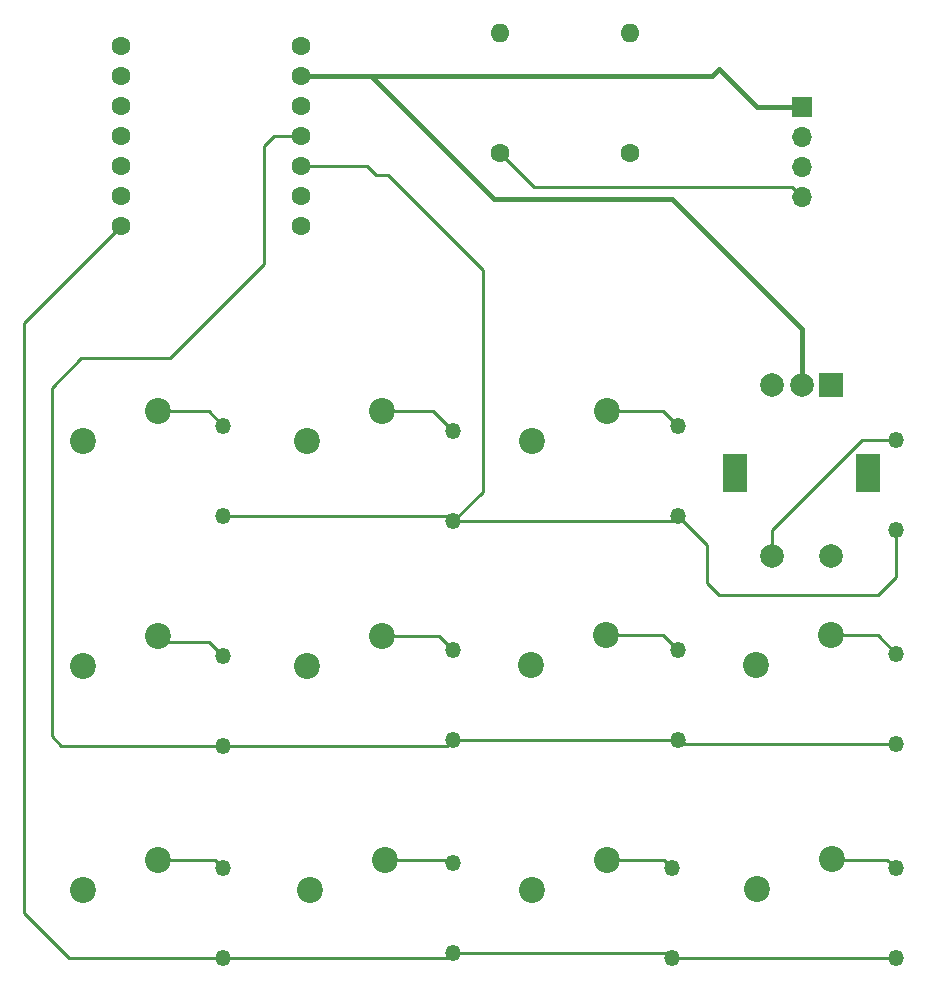
<source format=gbr>
%TF.GenerationSoftware,KiCad,Pcbnew,8.0.5*%
%TF.CreationDate,2024-10-19T19:52:03+11:00*%
%TF.ProjectId,Hackpad,4861636b-7061-4642-9e6b-696361645f70,rev?*%
%TF.SameCoordinates,Original*%
%TF.FileFunction,Copper,L2,Bot*%
%TF.FilePolarity,Positive*%
%FSLAX46Y46*%
G04 Gerber Fmt 4.6, Leading zero omitted, Abs format (unit mm)*
G04 Created by KiCad (PCBNEW 8.0.5) date 2024-10-19 19:52:03*
%MOMM*%
%LPD*%
G01*
G04 APERTURE LIST*
%TA.AperFunction,ComponentPad*%
%ADD10O,1.348740X1.348740*%
%TD*%
%TA.AperFunction,ComponentPad*%
%ADD11C,2.200000*%
%TD*%
%TA.AperFunction,ComponentPad*%
%ADD12C,1.600000*%
%TD*%
%TA.AperFunction,ComponentPad*%
%ADD13O,1.600000X1.600000*%
%TD*%
%TA.AperFunction,ComponentPad*%
%ADD14R,1.700000X1.700000*%
%TD*%
%TA.AperFunction,ComponentPad*%
%ADD15O,1.700000X1.700000*%
%TD*%
%TA.AperFunction,ComponentPad*%
%ADD16R,2.000000X2.000000*%
%TD*%
%TA.AperFunction,ComponentPad*%
%ADD17C,2.000000*%
%TD*%
%TA.AperFunction,ComponentPad*%
%ADD18R,2.000000X3.200000*%
%TD*%
%TA.AperFunction,Conductor*%
%ADD19C,0.254000*%
%TD*%
%TA.AperFunction,Conductor*%
%ADD20C,0.381000*%
%TD*%
G04 APERTURE END LIST*
D10*
%TO.P,D2,A,A*%
%TO.N,Net-(D2-PadA)*%
X109000000Y-79690000D03*
%TO.P,D2,K,K*%
%TO.N,ROW0*%
X109000000Y-87310000D03*
%TD*%
D11*
%TO.P,SW6,1,1*%
%TO.N,Net-(D6-PadA)*%
X121960000Y-96920000D03*
%TO.P,SW6,2,2*%
%TO.N,COL2*%
X115610000Y-99460000D03*
%TD*%
D12*
%TO.P,R1,1*%
%TO.N,SCL*%
X124000000Y-56080000D03*
D13*
%TO.P,R1,2*%
%TO.N,+3V3*%
X124000000Y-45920000D03*
%TD*%
D11*
%TO.P,SW10,1,1*%
%TO.N,Net-(D10-PadA)*%
X141000000Y-96960000D03*
%TO.P,SW10,2,2*%
%TO.N,COL3*%
X134650000Y-99500000D03*
%TD*%
%TO.P,SW11,1,1*%
%TO.N,Net-(D11-PadA)*%
X141040000Y-115920000D03*
%TO.P,SW11,2,2*%
%TO.N,COL3*%
X134690000Y-118460000D03*
%TD*%
D10*
%TO.P,D5,A,A*%
%TO.N,Net-(D5-PadA)*%
X109000000Y-98190000D03*
%TO.P,D5,K,K*%
%TO.N,ROW1*%
X109000000Y-105810000D03*
%TD*%
D12*
%TO.P,M1,1,D0*%
%TO.N,COL0*%
X80882500Y-47037000D03*
%TO.P,M1,2,D1*%
%TO.N,COL1*%
X80882500Y-49577000D03*
%TO.P,M1,3,D2*%
%TO.N,COL2*%
X80882500Y-52117000D03*
%TO.P,M1,4,D3*%
%TO.N,COL3*%
X80882500Y-54657000D03*
%TO.P,M1,5,D4*%
%TO.N,SDA*%
X80882500Y-57197000D03*
%TO.P,M1,6,D5*%
%TO.N,SCL*%
X80882500Y-59737000D03*
%TO.P,M1,7,D6*%
%TO.N,ROW2*%
X80882500Y-62277000D03*
%TO.P,M1,8,D7*%
%TO.N,B*%
X96117500Y-62277000D03*
%TO.P,M1,9,D8*%
%TO.N,A*%
X96117500Y-59737000D03*
%TO.P,M1,10,D9*%
%TO.N,ROW0*%
X96117500Y-57197000D03*
%TO.P,M1,11,D10*%
%TO.N,ROW1*%
X96117500Y-54657000D03*
%TO.P,M1,12,3V3*%
%TO.N,+3V3*%
X96117500Y-52117000D03*
%TO.P,M1,13,GND*%
%TO.N,GND*%
X96117500Y-49577000D03*
%TO.P,M1,14,5V*%
%TO.N,+5V*%
X96117500Y-47037000D03*
%TD*%
D14*
%TO.P,J1,1,Pin_1*%
%TO.N,GND*%
X138500000Y-52190000D03*
D15*
%TO.P,J1,2,Pin_2*%
%TO.N,+3V3*%
X138500000Y-54730000D03*
%TO.P,J1,3,Pin_3*%
%TO.N,SCL*%
X138500000Y-57270000D03*
%TO.P,J1,4,Pin_4*%
%TO.N,SDA*%
X138500000Y-59810000D03*
%TD*%
D11*
%TO.P,SW3,1,1*%
%TO.N,Net-(D3-PadA)*%
X122040000Y-77920000D03*
%TO.P,SW3,2,2*%
%TO.N,COL2*%
X115690000Y-80460000D03*
%TD*%
%TO.P,SW1,1,1*%
%TO.N,Net-(D1-PadA)*%
X84000000Y-78000000D03*
%TO.P,SW1,2,2*%
%TO.N,COL0*%
X77650000Y-80540000D03*
%TD*%
D10*
%TO.P,D9,A,A*%
%TO.N,Net-(D9-PadA)*%
X127500000Y-116690000D03*
%TO.P,D9,K,K*%
%TO.N,ROW2*%
X127500000Y-124310000D03*
%TD*%
D11*
%TO.P,SW5,1,1*%
%TO.N,Net-(D5-PadA)*%
X103000000Y-97000000D03*
%TO.P,SW5,2,2*%
%TO.N,COL1*%
X96650000Y-99540000D03*
%TD*%
D10*
%TO.P,D7,A,A*%
%TO.N,Net-(D7-PadA)*%
X89500000Y-116690000D03*
%TO.P,D7,K,K*%
%TO.N,ROW2*%
X89500000Y-124310000D03*
%TD*%
D11*
%TO.P,SW8,1,1*%
%TO.N,Net-(D8-PadA)*%
X103190000Y-116000000D03*
%TO.P,SW8,2,2*%
%TO.N,COL1*%
X96840000Y-118540000D03*
%TD*%
D10*
%TO.P,D10,A,A*%
%TO.N,Net-(D10-PadA)*%
X146500000Y-98500000D03*
%TO.P,D10,K,K*%
%TO.N,ROW1*%
X146500000Y-106120000D03*
%TD*%
%TO.P,D6,A,A*%
%TO.N,Net-(D6-PadA)*%
X128000000Y-98190000D03*
%TO.P,D6,K,K*%
%TO.N,ROW1*%
X128000000Y-105810000D03*
%TD*%
%TO.P,D8,A,A*%
%TO.N,Net-(D8-PadA)*%
X109000000Y-116190000D03*
%TO.P,D8,K,K*%
%TO.N,ROW2*%
X109000000Y-123810000D03*
%TD*%
D11*
%TO.P,SW9,1,1*%
%TO.N,Net-(D9-PadA)*%
X122000000Y-116000000D03*
%TO.P,SW9,2,2*%
%TO.N,COL2*%
X115650000Y-118540000D03*
%TD*%
D16*
%TO.P,SW12,A,A*%
%TO.N,A*%
X141000000Y-75750000D03*
D17*
%TO.P,SW12,B,B*%
%TO.N,B*%
X136000000Y-75750000D03*
%TO.P,SW12,C,C*%
%TO.N,GND*%
X138500000Y-75750000D03*
D18*
%TO.P,SW12,MP*%
%TO.N,N/C*%
X144100000Y-83250000D03*
X132900000Y-83250000D03*
D17*
%TO.P,SW12,S1,S1*%
%TO.N,COL3*%
X141000000Y-90250000D03*
%TO.P,SW12,S2,S2*%
%TO.N,Net-(D12-PadA)*%
X136000000Y-90250000D03*
%TD*%
D10*
%TO.P,D11,A,A*%
%TO.N,Net-(D11-PadA)*%
X146500000Y-116690000D03*
%TO.P,D11,K,K*%
%TO.N,ROW2*%
X146500000Y-124310000D03*
%TD*%
D11*
%TO.P,SW4,1,1*%
%TO.N,Net-(D4-PadA)*%
X84000000Y-97000000D03*
%TO.P,SW4,2,2*%
%TO.N,COL0*%
X77650000Y-99540000D03*
%TD*%
D10*
%TO.P,D1,A,A*%
%TO.N,Net-(D1-PadA)*%
X89500000Y-79190000D03*
%TO.P,D1,K,K*%
%TO.N,ROW0*%
X89500000Y-86810000D03*
%TD*%
D11*
%TO.P,SW2,1,1*%
%TO.N,Net-(D2-PadA)*%
X103000000Y-78000000D03*
%TO.P,SW2,2,2*%
%TO.N,COL1*%
X96650000Y-80540000D03*
%TD*%
D12*
%TO.P,R2,1*%
%TO.N,SDA*%
X113000000Y-56080000D03*
D13*
%TO.P,R2,2*%
%TO.N,+3V3*%
X113000000Y-45920000D03*
%TD*%
D11*
%TO.P,SW7,1,1*%
%TO.N,Net-(D7-PadA)*%
X84000000Y-116000000D03*
%TO.P,SW7,2,2*%
%TO.N,COL0*%
X77650000Y-118540000D03*
%TD*%
D10*
%TO.P,D12,A,A*%
%TO.N,Net-(D12-PadA)*%
X146500000Y-80380000D03*
%TO.P,D12,K,K*%
%TO.N,ROW0*%
X146500000Y-88000000D03*
%TD*%
%TO.P,D3,A,A*%
%TO.N,Net-(D3-PadA)*%
X128000000Y-79190000D03*
%TO.P,D3,K,K*%
%TO.N,ROW0*%
X128000000Y-86810000D03*
%TD*%
%TO.P,D4,A,A*%
%TO.N,Net-(D4-PadA)*%
X89500000Y-98690000D03*
%TO.P,D4,K,K*%
%TO.N,ROW1*%
X89500000Y-106310000D03*
%TD*%
D19*
%TO.N,+5V*%
X96117500Y-47037000D02*
X96037000Y-47037000D01*
X96037000Y-47037000D02*
X96000000Y-47000000D01*
D20*
%TO.N,GND*%
X127500000Y-60000000D02*
X112500000Y-60000000D01*
X130923000Y-49577000D02*
X96117500Y-49577000D01*
X134690000Y-52190000D02*
X131500000Y-49000000D01*
X131500000Y-49000000D02*
X130923000Y-49577000D01*
X102077000Y-49577000D02*
X96117500Y-49577000D01*
X138500000Y-71000000D02*
X127500000Y-60000000D01*
X138500000Y-52190000D02*
X134690000Y-52190000D01*
X138500000Y-75750000D02*
X138500000Y-71000000D01*
X112500000Y-60000000D02*
X102077000Y-49577000D01*
D19*
%TO.N,SDA*%
X115880000Y-58960000D02*
X113000000Y-56080000D01*
X138500000Y-59810000D02*
X137650000Y-58960000D01*
X137650000Y-58960000D02*
X115880000Y-58960000D01*
%TO.N,ROW2*%
X76437000Y-124310000D02*
X72627000Y-120500000D01*
X72627000Y-70532500D02*
X80882500Y-62277000D01*
X127500000Y-124310000D02*
X146500000Y-124310000D01*
X109000000Y-123810000D02*
X127000000Y-123810000D01*
X108500000Y-124310000D02*
X109000000Y-123810000D01*
X72627000Y-120500000D02*
X72627000Y-70532500D01*
X89500000Y-124310000D02*
X76437000Y-124310000D01*
X127000000Y-123810000D02*
X127500000Y-124310000D01*
X89500000Y-124310000D02*
X108500000Y-124310000D01*
%TO.N,ROW1*%
X75000000Y-105500000D02*
X75000000Y-76000000D01*
X128310000Y-105810000D02*
X128620000Y-106120000D01*
X75000000Y-76000000D02*
X77500000Y-73500000D01*
X93843000Y-54657000D02*
X96117500Y-54657000D01*
X85000000Y-73500000D02*
X93000000Y-65500000D01*
X109000000Y-105810000D02*
X128000000Y-105810000D01*
X108500000Y-106310000D02*
X109000000Y-105810000D01*
X128620000Y-106120000D02*
X146500000Y-106120000D01*
X77500000Y-73500000D02*
X85000000Y-73500000D01*
X75810000Y-106310000D02*
X75000000Y-105500000D01*
X128000000Y-105810000D02*
X128310000Y-105810000D01*
X93000000Y-55500000D02*
X93843000Y-54657000D01*
X89500000Y-106310000D02*
X108500000Y-106310000D01*
X93000000Y-65500000D02*
X93000000Y-55500000D01*
X89500000Y-106310000D02*
X75810000Y-106310000D01*
%TO.N,ROW0*%
X101697000Y-57197000D02*
X96117500Y-57197000D01*
X131500000Y-93500000D02*
X145000000Y-93500000D01*
X89500000Y-86810000D02*
X108500000Y-86810000D01*
X128000000Y-86810000D02*
X130500000Y-89310000D01*
X130500000Y-92500000D02*
X131500000Y-93500000D01*
X127500000Y-87310000D02*
X128000000Y-86810000D01*
X109000000Y-87310000D02*
X127500000Y-87310000D01*
X111500000Y-66000000D02*
X103500000Y-58000000D01*
X108500000Y-86810000D02*
X109000000Y-87310000D01*
X146500000Y-92000000D02*
X146500000Y-88000000D01*
X109000000Y-87310000D02*
X111500000Y-84810000D01*
X111500000Y-84810000D02*
X111500000Y-66000000D01*
X145000000Y-93500000D02*
X146500000Y-92000000D01*
X103500000Y-58000000D02*
X102500000Y-58000000D01*
X130500000Y-89310000D02*
X130500000Y-92500000D01*
X102500000Y-58000000D02*
X101697000Y-57197000D01*
%TO.N,Net-(D1-PadA)*%
X84000000Y-78000000D02*
X88310000Y-78000000D01*
X88310000Y-78000000D02*
X89500000Y-79190000D01*
%TO.N,Net-(D2-PadA)*%
X103000000Y-78000000D02*
X107310000Y-78000000D01*
X107310000Y-78000000D02*
X109000000Y-79690000D01*
%TO.N,Net-(D3-PadA)*%
X126730000Y-77920000D02*
X128000000Y-79190000D01*
X122040000Y-77920000D02*
X126730000Y-77920000D01*
%TO.N,Net-(D4-PadA)*%
X88310000Y-97500000D02*
X89500000Y-98690000D01*
X84500000Y-97500000D02*
X88310000Y-97500000D01*
X84000000Y-97000000D02*
X84500000Y-97500000D01*
%TO.N,Net-(D5-PadA)*%
X107810000Y-97000000D02*
X109000000Y-98190000D01*
X103000000Y-97000000D02*
X107810000Y-97000000D01*
%TO.N,Net-(D6-PadA)*%
X121960000Y-96920000D02*
X126730000Y-96920000D01*
X126730000Y-96920000D02*
X128000000Y-98190000D01*
%TO.N,Net-(D7-PadA)*%
X88810000Y-116000000D02*
X89500000Y-116690000D01*
X84000000Y-116000000D02*
X88810000Y-116000000D01*
%TO.N,Net-(D8-PadA)*%
X108810000Y-116000000D02*
X109000000Y-116190000D01*
X103190000Y-116000000D02*
X108810000Y-116000000D01*
%TO.N,Net-(D9-PadA)*%
X122000000Y-116000000D02*
X126810000Y-116000000D01*
X126810000Y-116000000D02*
X127500000Y-116690000D01*
%TO.N,Net-(D10-PadA)*%
X144960000Y-96960000D02*
X146500000Y-98500000D01*
X141000000Y-96960000D02*
X144960000Y-96960000D01*
%TO.N,Net-(D11-PadA)*%
X145770000Y-115960000D02*
X146500000Y-116690000D01*
X140850000Y-115960000D02*
X145770000Y-115960000D01*
%TO.N,Net-(D12-PadA)*%
X136000000Y-88000000D02*
X143620000Y-80380000D01*
X136000000Y-90750000D02*
X136000000Y-88000000D01*
X143620000Y-80380000D02*
X146500000Y-80380000D01*
%TD*%
M02*

</source>
